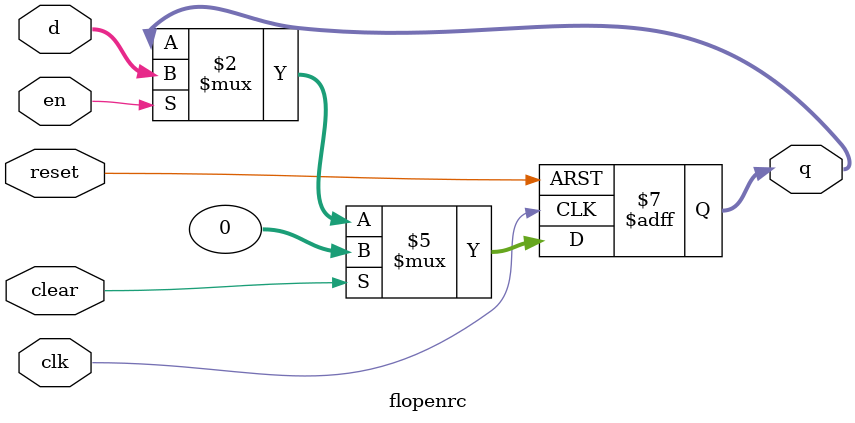
<source format=v>
`timescale 1ns / 1ps
module flopr #(parameter W = 32)(
	input clk,reset,
	input [W-1:0]d,
	output reg [W-1:0]q
);

always @(posedge clk, posedge reset)
	if(reset) q <= 0;
	else q<= d;

endmodule


module floprc #(parameter W = 32)(
	input clk,reset,clear,
	input [W-1:0]d,
	output reg [W-1:0]q
);

always @(posedge clk, posedge reset)
	if(reset) q <= 0;
	else if(clear) q <= 0;
	else q<= d;

endmodule


module flopenr #(parameter W = 32)(
	input clk,reset,en,
	input [W-1:0]d,
	output reg [W-1:0]q
);

always @(posedge clk, posedge reset)
	if(reset) q <= 0;
	else if(en) q<= d;

endmodule


module flopenrc #(parameter W = 32)(
	input clk,reset,en,clear,
	input [W-1:0]d,
	output reg [W-1:0]q
);

always @(posedge clk, posedge reset)
	if(reset) q <= 0;
	else if(clear) q <= 0;
	else if(en) q<= d;

endmodule
</source>
